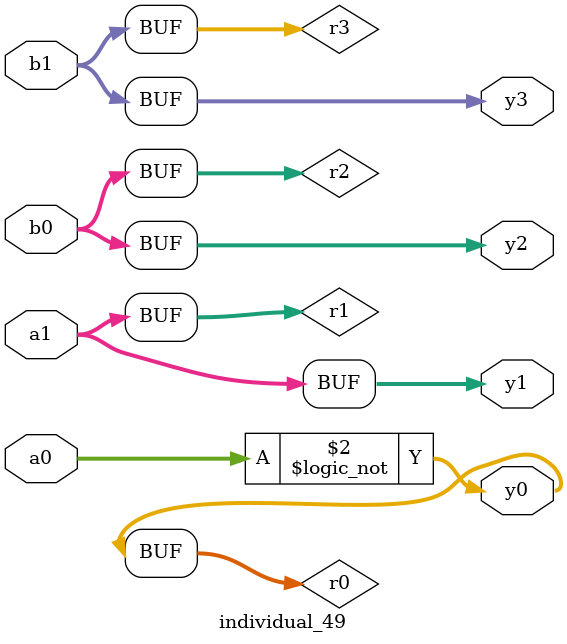
<source format=sv>
module individual_49(input logic [15:0] a1, input logic [15:0] a0, input logic [15:0] b1, input logic [15:0] b0, output logic [15:0] y3, output logic [15:0] y2, output logic [15:0] y1, output logic [15:0] y0);
logic [15:0] r0, r1, r2, r3; 
 always@(*) begin 
	 r0 = a0; r1 = a1; r2 = b0; r3 = b1; 
 	 r0 = ! r0 ;
 	 y3 = r3; y2 = r2; y1 = r1; y0 = r0; 
end
endmodule
</source>
